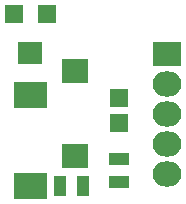
<source format=gbr>
G04 #@! TF.FileFunction,Soldermask,Top*
%FSLAX46Y46*%
G04 Gerber Fmt 4.6, Leading zero omitted, Abs format (unit mm)*
G04 Created by KiCad (PCBNEW 0.201511192131+6326~38~ubuntu14.04.1-stable) date Thu 11 Feb 2016 05:33:09 PM EST*
%MOMM*%
G01*
G04 APERTURE LIST*
%ADD10C,0.100000*%
%ADD11R,1.598880X1.598880*%
%ADD12R,2.200000X2.150000*%
%ADD13R,1.100000X1.700000*%
%ADD14R,1.700000X1.100000*%
%ADD15R,1.600000X1.600000*%
%ADD16R,2.000000X1.900000*%
%ADD17R,0.820000X2.180000*%
%ADD18R,2.432000X2.127200*%
%ADD19O,2.432000X2.127200*%
G04 APERTURE END LIST*
D10*
D11*
X160528000Y-106900980D03*
X160528000Y-108999020D03*
D12*
X156845000Y-111760000D03*
X156845000Y-104610000D03*
D13*
X155580000Y-114300000D03*
X157480000Y-114300000D03*
D14*
X160528000Y-112080000D03*
X160528000Y-113980000D03*
D15*
X154435000Y-99800000D03*
D16*
X153035000Y-103050000D03*
D15*
X151635000Y-99800000D03*
D17*
X154010000Y-114350000D03*
X154010000Y-106630000D03*
X153360000Y-114350000D03*
X153360000Y-106630000D03*
X152710000Y-114350000D03*
X152710000Y-106630000D03*
X152060000Y-114350000D03*
X152060000Y-106630000D03*
D18*
X164592000Y-103124000D03*
D19*
X164592000Y-105664000D03*
X164592000Y-108204000D03*
X164592000Y-110744000D03*
X164592000Y-113284000D03*
M02*

</source>
